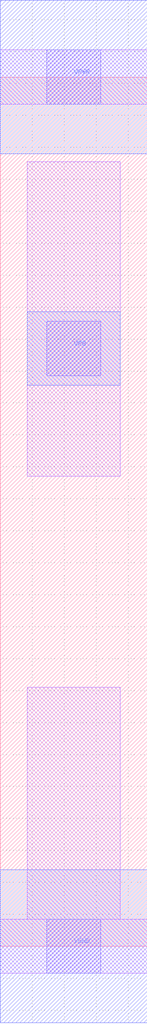
<source format=lef>
# Copyright 2020 The SkyWater PDK Authors
#
# Licensed under the Apache License, Version 2.0 (the "License");
# you may not use this file except in compliance with the License.
# You may obtain a copy of the License at
#
#     https://www.apache.org/licenses/LICENSE-2.0
#
# Unless required by applicable law or agreed to in writing, software
# distributed under the License is distributed on an "AS IS" BASIS,
# WITHOUT WARRANTIES OR CONDITIONS OF ANY KIND, either express or implied.
# See the License for the specific language governing permissions and
# limitations under the License.
#
# SPDX-License-Identifier: Apache-2.0

VERSION 5.7 ;
  NAMESCASESENSITIVE ON ;
  NOWIREEXTENSIONATPIN ON ;
  DIVIDERCHAR "/" ;
  BUSBITCHARS "[]" ;
UNITS
  DATABASE MICRONS 200 ;
END UNITS
MACRO sky130_fd_sc_hd__tapvgnd2_1
  CLASS CORE ;
  SOURCE USER ;
  FOREIGN sky130_fd_sc_hd__tapvgnd2_1 ;
  ORIGIN  0.000000  0.000000 ;
  SIZE  0.460000 BY  2.720000 ;
  SYMMETRY X Y R90 ;
  SITE unithd ;
  PIN VPB
    ANTENNADIFFAREA  0.148750 ;
    PORT
      LAYER met1 ;
        RECT 0.085000 1.755000 0.375000 1.985000 ;
    END
  END VPB
  PIN VGND
    DIRECTION INOUT ;
    SHAPE ABUTMENT ;
    USE GROUND ;
    PORT
      LAYER met1 ;
        RECT 0.000000 -0.240000 0.460000 0.240000 ;
    END
  END VGND
  PIN VPWR
    DIRECTION INOUT ;
    SHAPE ABUTMENT ;
    USE POWER ;
    PORT
      LAYER met1 ;
        RECT 0.000000 2.480000 0.460000 2.960000 ;
    END
  END VPWR
  OBS
    LAYER li1 ;
      RECT 0.000000 -0.085000 0.460000 0.085000 ;
      RECT 0.000000  2.635000 0.460000 2.805000 ;
      RECT 0.085000  0.085000 0.375000 0.810000 ;
      RECT 0.085000  1.470000 0.375000 2.455000 ;
    LAYER mcon ;
      RECT 0.145000 -0.085000 0.315000 0.085000 ;
      RECT 0.145000  1.785000 0.315000 1.955000 ;
      RECT 0.145000  2.635000 0.315000 2.805000 ;
  END
END sky130_fd_sc_hd__tapvgnd2_1
END LIBRARY

</source>
